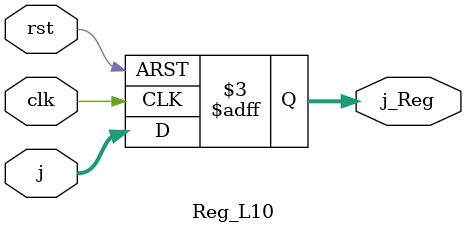
<source format=v>
module Reg_L10(j_Reg,clk,rst,j);
output reg [1:0] j_Reg;
input clk,rst;
input [1:0] j;

always @ (posedge clk or negedge rst)
	begin
		if (!rst ) 
			j_Reg<=0; 
		else  
			j_Reg<=j; 
	end
endmodule

</source>
